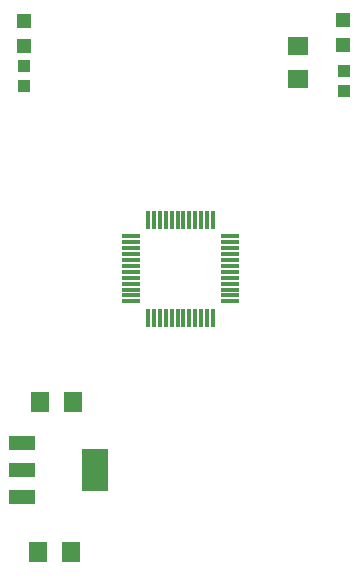
<source format=gbr>
%TF.GenerationSoftware,KiCad,Pcbnew,7.0.9*%
%TF.CreationDate,2024-03-16T10:18:14+00:00*%
%TF.ProjectId,wmk,776d6b2e-6b69-4636-9164-5f7063625858,rev?*%
%TF.SameCoordinates,Original*%
%TF.FileFunction,Paste,Top*%
%TF.FilePolarity,Positive*%
%FSLAX46Y46*%
G04 Gerber Fmt 4.6, Leading zero omitted, Abs format (unit mm)*
G04 Created by KiCad (PCBNEW 7.0.9) date 2024-03-16 10:18:14*
%MOMM*%
%LPD*%
G01*
G04 APERTURE LIST*
G04 Aperture macros list*
%AMRoundRect*
0 Rectangle with rounded corners*
0 $1 Rounding radius*
0 $2 $3 $4 $5 $6 $7 $8 $9 X,Y pos of 4 corners*
0 Add a 4 corners polygon primitive as box body*
4,1,4,$2,$3,$4,$5,$6,$7,$8,$9,$2,$3,0*
0 Add four circle primitives for the rounded corners*
1,1,$1+$1,$2,$3*
1,1,$1+$1,$4,$5*
1,1,$1+$1,$6,$7*
1,1,$1+$1,$8,$9*
0 Add four rect primitives between the rounded corners*
20,1,$1+$1,$2,$3,$4,$5,0*
20,1,$1+$1,$4,$5,$6,$7,0*
20,1,$1+$1,$6,$7,$8,$9,0*
20,1,$1+$1,$8,$9,$2,$3,0*%
G04 Aperture macros list end*
%ADD10R,1.600000X1.800000*%
%ADD11R,1.803000X1.600000*%
%ADD12R,1.200000X1.200000*%
%ADD13R,1.100000X1.000000*%
%ADD14RoundRect,0.070000X-0.710000X0.070000X-0.710000X-0.070000X0.710000X-0.070000X0.710000X0.070000X0*%
%ADD15RoundRect,0.070000X0.070000X0.710000X-0.070000X0.710000X-0.070000X-0.710000X0.070000X-0.710000X0*%
%ADD16R,2.235000X1.219000*%
%ADD17R,2.200000X3.600000*%
G04 APERTURE END LIST*
D10*
%TO.C,C13*%
X139893600Y-92026100D03*
X137093600Y-92026100D03*
%TD*%
D11*
%TO.C,F1*%
X159009400Y-61890100D03*
X159009400Y-64734100D03*
%TD*%
D10*
%TO.C,C3*%
X136999800Y-104723700D03*
X139799800Y-104723700D03*
%TD*%
D12*
%TO.C,POWER0*%
X135770100Y-61912600D03*
X135770100Y-59812600D03*
%TD*%
D13*
%TO.C,R3*%
X135820100Y-65336400D03*
X135820100Y-63636400D03*
%TD*%
D14*
%TO.C,U2*%
X153207200Y-83537300D03*
X153207200Y-83037300D03*
X153207200Y-82537300D03*
X153207200Y-82037300D03*
X153207200Y-81537300D03*
X153207200Y-81037300D03*
X153207200Y-80537300D03*
X153207200Y-80037300D03*
X153207200Y-79537300D03*
X153207200Y-79037300D03*
X153207200Y-78537300D03*
X153207200Y-78037300D03*
D15*
X151777200Y-76607300D03*
X151277200Y-76607300D03*
X150777200Y-76607300D03*
X150277200Y-76607300D03*
X149777200Y-76607300D03*
X149277200Y-76607300D03*
X148777200Y-76607300D03*
X148277200Y-76607300D03*
X147777200Y-76607300D03*
X147277200Y-76607300D03*
X146777200Y-76607300D03*
X146277200Y-76607300D03*
D14*
X144847200Y-78037300D03*
X144847200Y-78537300D03*
X144847200Y-79037300D03*
X144847200Y-79537300D03*
X144847200Y-80037300D03*
X144847200Y-80537300D03*
X144847200Y-81037300D03*
X144847200Y-81537300D03*
X144847200Y-82037300D03*
X144847200Y-82537300D03*
X144847200Y-83037300D03*
X144847200Y-83537300D03*
D15*
X146277200Y-84967300D03*
X146777200Y-84967300D03*
X147277200Y-84967300D03*
X147777200Y-84967300D03*
X148277200Y-84967300D03*
X148777200Y-84967300D03*
X149277200Y-84967300D03*
X149777200Y-84967300D03*
X150277200Y-84967300D03*
X150777200Y-84967300D03*
X151277200Y-84967300D03*
X151777200Y-84967300D03*
%TD*%
D16*
%TO.C,IC1*%
X135589600Y-95500100D03*
X135589600Y-97811100D03*
X135589600Y-100122100D03*
D17*
X141787600Y-97811100D03*
%TD*%
D13*
%TO.C,R4*%
X162834900Y-65731400D03*
X162834900Y-64031400D03*
%TD*%
D12*
%TO.C,CONNECT0*%
X162772900Y-61836400D03*
X162772900Y-59736400D03*
%TD*%
M02*

</source>
